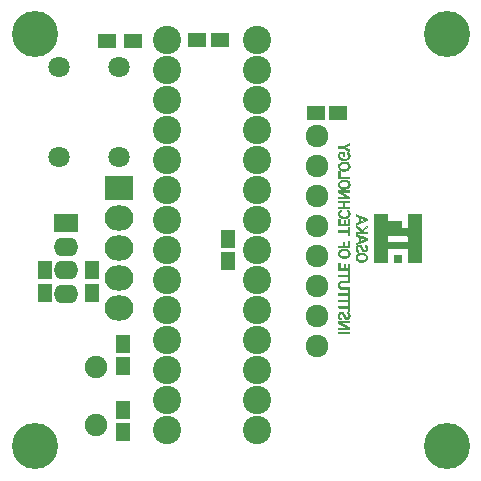
<source format=gbs>
G04 #@! TF.FileFunction,Soldermask,Bot*
%FSLAX46Y46*%
G04 Gerber Fmt 4.6, Leading zero omitted, Abs format (unit mm)*
G04 Created by KiCad (PCBNEW 4.0.1-stable) date 2018/02/16 21:14:19*
%MOMM*%
G01*
G04 APERTURE LIST*
%ADD10C,0.100000*%
%ADD11C,0.010000*%
%ADD12R,2.100000X1.600000*%
%ADD13O,2.100000X1.600000*%
%ADD14C,1.797000*%
%ADD15R,2.432000X2.127200*%
%ADD16O,2.432000X2.127200*%
%ADD17C,2.400000*%
%ADD18C,3.900000*%
%ADD19C,1.924000*%
%ADD20R,1.150000X1.600000*%
%ADD21R,1.600000X1.150000*%
%ADD22R,1.600000X1.300000*%
%ADD23C,1.900000*%
G04 APERTURE END LIST*
D10*
D11*
G36*
X137919789Y-105521857D02*
X137900038Y-105451139D01*
X137866193Y-105399742D01*
X137817466Y-105366278D01*
X137779125Y-105353856D01*
X137758137Y-105350484D01*
X137747880Y-105356652D01*
X137744514Y-105378177D01*
X137744200Y-105406747D01*
X137746261Y-105445684D01*
X137754494Y-105467369D01*
X137771980Y-105479760D01*
X137772550Y-105480014D01*
X137805238Y-105505141D01*
X137824264Y-105546965D01*
X137830531Y-105607977D01*
X137829717Y-105637426D01*
X137826031Y-105683382D01*
X137818807Y-105712762D01*
X137804463Y-105734390D01*
X137782051Y-105754901D01*
X137737931Y-105782532D01*
X137690384Y-105790994D01*
X137688739Y-105791000D01*
X137643673Y-105781102D01*
X137601027Y-105750513D01*
X137559606Y-105697895D01*
X137518216Y-105621908D01*
X137498334Y-105577505D01*
X137452959Y-105483253D01*
X137406017Y-105412464D01*
X137355391Y-105363207D01*
X137298966Y-105333551D01*
X137234626Y-105321563D01*
X137217420Y-105321100D01*
X137140151Y-105332868D01*
X137071653Y-105366011D01*
X137016249Y-105417289D01*
X136978265Y-105483460D01*
X136970874Y-105505871D01*
X136961711Y-105559512D01*
X136958313Y-105626434D01*
X136960446Y-105696627D01*
X136967878Y-105760084D01*
X136977729Y-105799979D01*
X137007767Y-105854787D01*
X137052623Y-105900760D01*
X137104963Y-105931192D01*
X137128571Y-105937949D01*
X137160014Y-105941933D01*
X137179029Y-105940787D01*
X137180362Y-105939972D01*
X137185581Y-105924334D01*
X137190706Y-105893202D01*
X137191997Y-105881659D01*
X137193897Y-105848360D01*
X137186571Y-105831172D01*
X137163730Y-105820977D01*
X137146912Y-105816296D01*
X137102586Y-105794866D01*
X137073133Y-105757130D01*
X137057285Y-105700760D01*
X137053565Y-105644950D01*
X137061665Y-105568578D01*
X137086727Y-105510187D01*
X137128084Y-105470574D01*
X137185072Y-105450534D01*
X137218195Y-105448100D01*
X137256901Y-105455503D01*
X137292865Y-105479196D01*
X137327990Y-105521410D01*
X137364181Y-105584375D01*
X137398886Y-105659809D01*
X137445740Y-105755609D01*
X137494663Y-105827448D01*
X137546872Y-105876752D01*
X137603583Y-105904946D01*
X137609580Y-105906668D01*
X137688221Y-105916286D01*
X137761839Y-105903343D01*
X137826335Y-105869596D01*
X137877609Y-105816801D01*
X137897208Y-105783395D01*
X137912743Y-105745551D01*
X137921722Y-105705907D01*
X137925660Y-105655592D01*
X137926234Y-105613287D01*
X137919789Y-105521857D01*
X137919789Y-105521857D01*
G37*
X137919789Y-105521857D02*
X137900038Y-105451139D01*
X137866193Y-105399742D01*
X137817466Y-105366278D01*
X137779125Y-105353856D01*
X137758137Y-105350484D01*
X137747880Y-105356652D01*
X137744514Y-105378177D01*
X137744200Y-105406747D01*
X137746261Y-105445684D01*
X137754494Y-105467369D01*
X137771980Y-105479760D01*
X137772550Y-105480014D01*
X137805238Y-105505141D01*
X137824264Y-105546965D01*
X137830531Y-105607977D01*
X137829717Y-105637426D01*
X137826031Y-105683382D01*
X137818807Y-105712762D01*
X137804463Y-105734390D01*
X137782051Y-105754901D01*
X137737931Y-105782532D01*
X137690384Y-105790994D01*
X137688739Y-105791000D01*
X137643673Y-105781102D01*
X137601027Y-105750513D01*
X137559606Y-105697895D01*
X137518216Y-105621908D01*
X137498334Y-105577505D01*
X137452959Y-105483253D01*
X137406017Y-105412464D01*
X137355391Y-105363207D01*
X137298966Y-105333551D01*
X137234626Y-105321563D01*
X137217420Y-105321100D01*
X137140151Y-105332868D01*
X137071653Y-105366011D01*
X137016249Y-105417289D01*
X136978265Y-105483460D01*
X136970874Y-105505871D01*
X136961711Y-105559512D01*
X136958313Y-105626434D01*
X136960446Y-105696627D01*
X136967878Y-105760084D01*
X136977729Y-105799979D01*
X137007767Y-105854787D01*
X137052623Y-105900760D01*
X137104963Y-105931192D01*
X137128571Y-105937949D01*
X137160014Y-105941933D01*
X137179029Y-105940787D01*
X137180362Y-105939972D01*
X137185581Y-105924334D01*
X137190706Y-105893202D01*
X137191997Y-105881659D01*
X137193897Y-105848360D01*
X137186571Y-105831172D01*
X137163730Y-105820977D01*
X137146912Y-105816296D01*
X137102586Y-105794866D01*
X137073133Y-105757130D01*
X137057285Y-105700760D01*
X137053565Y-105644950D01*
X137061665Y-105568578D01*
X137086727Y-105510187D01*
X137128084Y-105470574D01*
X137185072Y-105450534D01*
X137218195Y-105448100D01*
X137256901Y-105455503D01*
X137292865Y-105479196D01*
X137327990Y-105521410D01*
X137364181Y-105584375D01*
X137398886Y-105659809D01*
X137445740Y-105755609D01*
X137494663Y-105827448D01*
X137546872Y-105876752D01*
X137603583Y-105904946D01*
X137609580Y-105906668D01*
X137688221Y-105916286D01*
X137761839Y-105903343D01*
X137826335Y-105869596D01*
X137877609Y-105816801D01*
X137897208Y-105783395D01*
X137912743Y-105745551D01*
X137921722Y-105705907D01*
X137925660Y-105655592D01*
X137926234Y-105613287D01*
X137919789Y-105521857D01*
G36*
X137899497Y-102741228D02*
X137898970Y-102736298D01*
X137893700Y-102691156D01*
X137568125Y-102693328D01*
X137447539Y-102694559D01*
X137349383Y-102696788D01*
X137270693Y-102700475D01*
X137208505Y-102706082D01*
X137159854Y-102714072D01*
X137121776Y-102724904D01*
X137091306Y-102739042D01*
X137065481Y-102756945D01*
X137045813Y-102774641D01*
X137011761Y-102815557D01*
X136984078Y-102862083D01*
X136976323Y-102880728D01*
X136962104Y-102947052D01*
X136957826Y-103025856D01*
X136963328Y-103106316D01*
X136978451Y-103177608D01*
X136980811Y-103184762D01*
X136999452Y-103228986D01*
X137021419Y-103267713D01*
X137033110Y-103282867D01*
X137052650Y-103301719D01*
X137074063Y-103316888D01*
X137100259Y-103328801D01*
X137134151Y-103337884D01*
X137178648Y-103344563D01*
X137236662Y-103349265D01*
X137311104Y-103352417D01*
X137404885Y-103354443D01*
X137520916Y-103355772D01*
X137531483Y-103355863D01*
X137896616Y-103358950D01*
X137896608Y-103299351D01*
X137896600Y-103239751D01*
X137537825Y-103235851D01*
X137423686Y-103234422D01*
X137332105Y-103232490D01*
X137260242Y-103229468D01*
X137205256Y-103224768D01*
X137164307Y-103217803D01*
X137134553Y-103207985D01*
X137113154Y-103194727D01*
X137097268Y-103177441D01*
X137084055Y-103155539D01*
X137076470Y-103140435D01*
X137058895Y-103085097D01*
X137052503Y-103020948D01*
X137057267Y-102957951D01*
X137073159Y-102906070D01*
X137077140Y-102898781D01*
X137092463Y-102875331D01*
X137109251Y-102856568D01*
X137130411Y-102841927D01*
X137158849Y-102830842D01*
X137197471Y-102822750D01*
X137249184Y-102817083D01*
X137316894Y-102813279D01*
X137403507Y-102810772D01*
X137511930Y-102808997D01*
X137540941Y-102808624D01*
X137632590Y-102807085D01*
X137715755Y-102804930D01*
X137787104Y-102802306D01*
X137843307Y-102799361D01*
X137881035Y-102796243D01*
X137896956Y-102793099D01*
X137897185Y-102792854D01*
X137900544Y-102773536D01*
X137899497Y-102741228D01*
X137899497Y-102741228D01*
G37*
X137899497Y-102741228D02*
X137898970Y-102736298D01*
X137893700Y-102691156D01*
X137568125Y-102693328D01*
X137447539Y-102694559D01*
X137349383Y-102696788D01*
X137270693Y-102700475D01*
X137208505Y-102706082D01*
X137159854Y-102714072D01*
X137121776Y-102724904D01*
X137091306Y-102739042D01*
X137065481Y-102756945D01*
X137045813Y-102774641D01*
X137011761Y-102815557D01*
X136984078Y-102862083D01*
X136976323Y-102880728D01*
X136962104Y-102947052D01*
X136957826Y-103025856D01*
X136963328Y-103106316D01*
X136978451Y-103177608D01*
X136980811Y-103184762D01*
X136999452Y-103228986D01*
X137021419Y-103267713D01*
X137033110Y-103282867D01*
X137052650Y-103301719D01*
X137074063Y-103316888D01*
X137100259Y-103328801D01*
X137134151Y-103337884D01*
X137178648Y-103344563D01*
X137236662Y-103349265D01*
X137311104Y-103352417D01*
X137404885Y-103354443D01*
X137520916Y-103355772D01*
X137531483Y-103355863D01*
X137896616Y-103358950D01*
X137896608Y-103299351D01*
X137896600Y-103239751D01*
X137537825Y-103235851D01*
X137423686Y-103234422D01*
X137332105Y-103232490D01*
X137260242Y-103229468D01*
X137205256Y-103224768D01*
X137164307Y-103217803D01*
X137134553Y-103207985D01*
X137113154Y-103194727D01*
X137097268Y-103177441D01*
X137084055Y-103155539D01*
X137076470Y-103140435D01*
X137058895Y-103085097D01*
X137052503Y-103020948D01*
X137057267Y-102957951D01*
X137073159Y-102906070D01*
X137077140Y-102898781D01*
X137092463Y-102875331D01*
X137109251Y-102856568D01*
X137130411Y-102841927D01*
X137158849Y-102830842D01*
X137197471Y-102822750D01*
X137249184Y-102817083D01*
X137316894Y-102813279D01*
X137403507Y-102810772D01*
X137511930Y-102808997D01*
X137540941Y-102808624D01*
X137632590Y-102807085D01*
X137715755Y-102804930D01*
X137787104Y-102802306D01*
X137843307Y-102799361D01*
X137881035Y-102796243D01*
X137896956Y-102793099D01*
X137897185Y-102792854D01*
X137900544Y-102773536D01*
X137899497Y-102741228D01*
G36*
X137912774Y-100258738D02*
X137880895Y-100176733D01*
X137827906Y-100107308D01*
X137788425Y-100072989D01*
X137723396Y-100031486D01*
X137651807Y-100002916D01*
X137567304Y-99985273D01*
X137486621Y-99977705D01*
X137359800Y-99979375D01*
X137247565Y-99999526D01*
X137151031Y-100037664D01*
X137071315Y-100093296D01*
X137009534Y-100165928D01*
X136991632Y-100196650D01*
X136970956Y-100255282D01*
X136960183Y-100326858D01*
X136959605Y-100401632D01*
X136969511Y-100469857D01*
X136982342Y-100507439D01*
X137029806Y-100589303D01*
X137088335Y-100652880D01*
X137160300Y-100699429D01*
X137248073Y-100730213D01*
X137354026Y-100746492D01*
X137438495Y-100749924D01*
X137444307Y-100749693D01*
X137444307Y-100625792D01*
X137337264Y-100619277D01*
X137248956Y-100599700D01*
X137175713Y-100565969D01*
X137130003Y-100532090D01*
X137079353Y-100475349D01*
X137053121Y-100414229D01*
X137050354Y-100345552D01*
X137059876Y-100298250D01*
X137089980Y-100235368D01*
X137141195Y-100183430D01*
X137211229Y-100143508D01*
X137297789Y-100116670D01*
X137398584Y-100103988D01*
X137475635Y-100104070D01*
X137584555Y-100117149D01*
X137674881Y-100144519D01*
X137745737Y-100185532D01*
X137796247Y-100239539D01*
X137825535Y-100305890D01*
X137833100Y-100368948D01*
X137821543Y-100441028D01*
X137787923Y-100502779D01*
X137733821Y-100553155D01*
X137660815Y-100591115D01*
X137570485Y-100615615D01*
X137464411Y-100625612D01*
X137444307Y-100625792D01*
X137444307Y-100749693D01*
X137547947Y-100745560D01*
X137638326Y-100730373D01*
X137714121Y-100703035D01*
X137779820Y-100662216D01*
X137804748Y-100641393D01*
X137865380Y-100574646D01*
X137903928Y-100501329D01*
X137922366Y-100416728D01*
X137924543Y-100355400D01*
X137912774Y-100258738D01*
X137912774Y-100258738D01*
G37*
X137912774Y-100258738D02*
X137880895Y-100176733D01*
X137827906Y-100107308D01*
X137788425Y-100072989D01*
X137723396Y-100031486D01*
X137651807Y-100002916D01*
X137567304Y-99985273D01*
X137486621Y-99977705D01*
X137359800Y-99979375D01*
X137247565Y-99999526D01*
X137151031Y-100037664D01*
X137071315Y-100093296D01*
X137009534Y-100165928D01*
X136991632Y-100196650D01*
X136970956Y-100255282D01*
X136960183Y-100326858D01*
X136959605Y-100401632D01*
X136969511Y-100469857D01*
X136982342Y-100507439D01*
X137029806Y-100589303D01*
X137088335Y-100652880D01*
X137160300Y-100699429D01*
X137248073Y-100730213D01*
X137354026Y-100746492D01*
X137438495Y-100749924D01*
X137444307Y-100749693D01*
X137444307Y-100625792D01*
X137337264Y-100619277D01*
X137248956Y-100599700D01*
X137175713Y-100565969D01*
X137130003Y-100532090D01*
X137079353Y-100475349D01*
X137053121Y-100414229D01*
X137050354Y-100345552D01*
X137059876Y-100298250D01*
X137089980Y-100235368D01*
X137141195Y-100183430D01*
X137211229Y-100143508D01*
X137297789Y-100116670D01*
X137398584Y-100103988D01*
X137475635Y-100104070D01*
X137584555Y-100117149D01*
X137674881Y-100144519D01*
X137745737Y-100185532D01*
X137796247Y-100239539D01*
X137825535Y-100305890D01*
X137833100Y-100368948D01*
X137821543Y-100441028D01*
X137787923Y-100502779D01*
X137733821Y-100553155D01*
X137660815Y-100591115D01*
X137570485Y-100615615D01*
X137464411Y-100625612D01*
X137444307Y-100625792D01*
X137444307Y-100749693D01*
X137547947Y-100745560D01*
X137638326Y-100730373D01*
X137714121Y-100703035D01*
X137779820Y-100662216D01*
X137804748Y-100641393D01*
X137865380Y-100574646D01*
X137903928Y-100501329D01*
X137922366Y-100416728D01*
X137924543Y-100355400D01*
X137912774Y-100258738D01*
G36*
X137919760Y-96906595D02*
X137906678Y-96844599D01*
X137896696Y-96818647D01*
X137865542Y-96772217D01*
X137823502Y-96732876D01*
X137777854Y-96706249D01*
X137740343Y-96697800D01*
X137718141Y-96700308D01*
X137708410Y-96712690D01*
X137706115Y-96742233D01*
X137706100Y-96747358D01*
X137708663Y-96781006D01*
X137720196Y-96799023D01*
X137743928Y-96810102D01*
X137789312Y-96838441D01*
X137818155Y-96885946D01*
X137830370Y-96952432D01*
X137830287Y-96991302D01*
X137825518Y-97043643D01*
X137815425Y-97080900D01*
X137796906Y-97113293D01*
X137790723Y-97121662D01*
X137736230Y-97173468D01*
X137664099Y-97213070D01*
X137579249Y-97239941D01*
X137486599Y-97253554D01*
X137391068Y-97253385D01*
X137297574Y-97238906D01*
X137211035Y-97209591D01*
X137170030Y-97188075D01*
X137109519Y-97140317D01*
X137071531Y-97082474D01*
X137054360Y-97011473D01*
X137052944Y-96977200D01*
X137061545Y-96903976D01*
X137086380Y-96850283D01*
X137127453Y-96816115D01*
X137140829Y-96810415D01*
X137170590Y-96796718D01*
X137182997Y-96778204D01*
X137185400Y-96746799D01*
X137183082Y-96714439D01*
X137177355Y-96694925D01*
X137175842Y-96693392D01*
X137158901Y-96693488D01*
X137127965Y-96700832D01*
X137115517Y-96704813D01*
X137059301Y-96735682D01*
X137010408Y-96783682D01*
X136976637Y-96840543D01*
X136970499Y-96858526D01*
X136960059Y-96922912D01*
X136958861Y-96998805D01*
X136966591Y-97074182D01*
X136977397Y-97121029D01*
X137007657Y-97183671D01*
X137056537Y-97244762D01*
X137117708Y-97297998D01*
X137184838Y-97337077D01*
X137200867Y-97343552D01*
X137287014Y-97366444D01*
X137386708Y-97378683D01*
X137490099Y-97379501D01*
X137565501Y-97371949D01*
X137668338Y-97346004D01*
X137757340Y-97303364D01*
X137829936Y-97245972D01*
X137883554Y-97175771D01*
X137911397Y-97110550D01*
X137922610Y-97049313D01*
X137925234Y-96978081D01*
X137919760Y-96906595D01*
X137919760Y-96906595D01*
G37*
X137919760Y-96906595D02*
X137906678Y-96844599D01*
X137896696Y-96818647D01*
X137865542Y-96772217D01*
X137823502Y-96732876D01*
X137777854Y-96706249D01*
X137740343Y-96697800D01*
X137718141Y-96700308D01*
X137708410Y-96712690D01*
X137706115Y-96742233D01*
X137706100Y-96747358D01*
X137708663Y-96781006D01*
X137720196Y-96799023D01*
X137743928Y-96810102D01*
X137789312Y-96838441D01*
X137818155Y-96885946D01*
X137830370Y-96952432D01*
X137830287Y-96991302D01*
X137825518Y-97043643D01*
X137815425Y-97080900D01*
X137796906Y-97113293D01*
X137790723Y-97121662D01*
X137736230Y-97173468D01*
X137664099Y-97213070D01*
X137579249Y-97239941D01*
X137486599Y-97253554D01*
X137391068Y-97253385D01*
X137297574Y-97238906D01*
X137211035Y-97209591D01*
X137170030Y-97188075D01*
X137109519Y-97140317D01*
X137071531Y-97082474D01*
X137054360Y-97011473D01*
X137052944Y-96977200D01*
X137061545Y-96903976D01*
X137086380Y-96850283D01*
X137127453Y-96816115D01*
X137140829Y-96810415D01*
X137170590Y-96796718D01*
X137182997Y-96778204D01*
X137185400Y-96746799D01*
X137183082Y-96714439D01*
X137177355Y-96694925D01*
X137175842Y-96693392D01*
X137158901Y-96693488D01*
X137127965Y-96700832D01*
X137115517Y-96704813D01*
X137059301Y-96735682D01*
X137010408Y-96783682D01*
X136976637Y-96840543D01*
X136970499Y-96858526D01*
X136960059Y-96922912D01*
X136958861Y-96998805D01*
X136966591Y-97074182D01*
X136977397Y-97121029D01*
X137007657Y-97183671D01*
X137056537Y-97244762D01*
X137117708Y-97297998D01*
X137184838Y-97337077D01*
X137200867Y-97343552D01*
X137287014Y-97366444D01*
X137386708Y-97378683D01*
X137490099Y-97379501D01*
X137565501Y-97371949D01*
X137668338Y-97346004D01*
X137757340Y-97303364D01*
X137829936Y-97245972D01*
X137883554Y-97175771D01*
X137911397Y-97110550D01*
X137922610Y-97049313D01*
X137925234Y-96978081D01*
X137919760Y-96906595D01*
G36*
X137919593Y-94433322D02*
X137889894Y-94345535D01*
X137839767Y-94268088D01*
X137770796Y-94204088D01*
X137684565Y-94156643D01*
X137668000Y-94150338D01*
X137614626Y-94137044D01*
X137544691Y-94127627D01*
X137466796Y-94122498D01*
X137389545Y-94122073D01*
X137321537Y-94126762D01*
X137288988Y-94132149D01*
X137187502Y-94165408D01*
X137100748Y-94215919D01*
X137031529Y-94281702D01*
X136991720Y-94341950D01*
X136973764Y-94393692D01*
X136963048Y-94460217D01*
X136960142Y-94531799D01*
X136965616Y-94598712D01*
X136974447Y-94636677D01*
X137012940Y-94714684D01*
X137072731Y-94782434D01*
X137150904Y-94837341D01*
X137244543Y-94876821D01*
X137245852Y-94877223D01*
X137316318Y-94891397D01*
X137401676Y-94897461D01*
X137439873Y-94896685D01*
X137439873Y-94770707D01*
X137331028Y-94763952D01*
X137240318Y-94742088D01*
X137164839Y-94704242D01*
X137130003Y-94677390D01*
X137078793Y-94618231D01*
X137052030Y-94553114D01*
X137050008Y-94483327D01*
X137070408Y-94415759D01*
X137111372Y-94355558D01*
X137172737Y-94307833D01*
X137252298Y-94273479D01*
X137347849Y-94253391D01*
X137457186Y-94248463D01*
X137480359Y-94249368D01*
X137587918Y-94262903D01*
X137677261Y-94290843D01*
X137747392Y-94332439D01*
X137797318Y-94386947D01*
X137826047Y-94453620D01*
X137833100Y-94514248D01*
X137821568Y-94586161D01*
X137787900Y-94647600D01*
X137733495Y-94697654D01*
X137659748Y-94735413D01*
X137568055Y-94759966D01*
X137459813Y-94770402D01*
X137439873Y-94770707D01*
X137439873Y-94896685D01*
X137492813Y-94895609D01*
X137580618Y-94886037D01*
X137655978Y-94868937D01*
X137657555Y-94868437D01*
X137713278Y-94848129D01*
X137755944Y-94824828D01*
X137796764Y-94791657D01*
X137821083Y-94768124D01*
X137863420Y-94722006D01*
X137890636Y-94681367D01*
X137908494Y-94637229D01*
X137911365Y-94627490D01*
X137927278Y-94528342D01*
X137919593Y-94433322D01*
X137919593Y-94433322D01*
G37*
X137919593Y-94433322D02*
X137889894Y-94345535D01*
X137839767Y-94268088D01*
X137770796Y-94204088D01*
X137684565Y-94156643D01*
X137668000Y-94150338D01*
X137614626Y-94137044D01*
X137544691Y-94127627D01*
X137466796Y-94122498D01*
X137389545Y-94122073D01*
X137321537Y-94126762D01*
X137288988Y-94132149D01*
X137187502Y-94165408D01*
X137100748Y-94215919D01*
X137031529Y-94281702D01*
X136991720Y-94341950D01*
X136973764Y-94393692D01*
X136963048Y-94460217D01*
X136960142Y-94531799D01*
X136965616Y-94598712D01*
X136974447Y-94636677D01*
X137012940Y-94714684D01*
X137072731Y-94782434D01*
X137150904Y-94837341D01*
X137244543Y-94876821D01*
X137245852Y-94877223D01*
X137316318Y-94891397D01*
X137401676Y-94897461D01*
X137439873Y-94896685D01*
X137439873Y-94770707D01*
X137331028Y-94763952D01*
X137240318Y-94742088D01*
X137164839Y-94704242D01*
X137130003Y-94677390D01*
X137078793Y-94618231D01*
X137052030Y-94553114D01*
X137050008Y-94483327D01*
X137070408Y-94415759D01*
X137111372Y-94355558D01*
X137172737Y-94307833D01*
X137252298Y-94273479D01*
X137347849Y-94253391D01*
X137457186Y-94248463D01*
X137480359Y-94249368D01*
X137587918Y-94262903D01*
X137677261Y-94290843D01*
X137747392Y-94332439D01*
X137797318Y-94386947D01*
X137826047Y-94453620D01*
X137833100Y-94514248D01*
X137821568Y-94586161D01*
X137787900Y-94647600D01*
X137733495Y-94697654D01*
X137659748Y-94735413D01*
X137568055Y-94759966D01*
X137459813Y-94770402D01*
X137439873Y-94770707D01*
X137439873Y-94896685D01*
X137492813Y-94895609D01*
X137580618Y-94886037D01*
X137655978Y-94868937D01*
X137657555Y-94868437D01*
X137713278Y-94848129D01*
X137755944Y-94824828D01*
X137796764Y-94791657D01*
X137821083Y-94768124D01*
X137863420Y-94722006D01*
X137890636Y-94681367D01*
X137908494Y-94637229D01*
X137911365Y-94627490D01*
X137927278Y-94528342D01*
X137919593Y-94433322D01*
G36*
X137913278Y-92870895D02*
X137879879Y-92785938D01*
X137826575Y-92714650D01*
X137754655Y-92657952D01*
X137665404Y-92616762D01*
X137560109Y-92592001D01*
X137440055Y-92584588D01*
X137390905Y-92586506D01*
X137277696Y-92601834D01*
X137182438Y-92632561D01*
X137102095Y-92679783D01*
X137078226Y-92699271D01*
X137022458Y-92757131D01*
X136986581Y-92817944D01*
X136967169Y-92889105D01*
X136961448Y-92951300D01*
X136961283Y-93004701D01*
X136964518Y-93053980D01*
X136970458Y-93088662D01*
X136970628Y-93089229D01*
X137008589Y-93172081D01*
X137066595Y-93241492D01*
X137142535Y-93296441D01*
X137234297Y-93335907D01*
X137339769Y-93358866D01*
X137455964Y-93364256D01*
X137455964Y-93238674D01*
X137357971Y-93233426D01*
X137258454Y-93213116D01*
X137254750Y-93212051D01*
X137195734Y-93187064D01*
X137139749Y-93149708D01*
X137093419Y-93105529D01*
X137063366Y-93060071D01*
X137058823Y-93048040D01*
X137051208Y-92991645D01*
X137056941Y-92928035D01*
X137074450Y-92870554D01*
X137081276Y-92857329D01*
X137124395Y-92806911D01*
X137187578Y-92765164D01*
X137266424Y-92733922D01*
X137356537Y-92715015D01*
X137435094Y-92710000D01*
X137546380Y-92717737D01*
X137641289Y-92740282D01*
X137718538Y-92776640D01*
X137776845Y-92825817D01*
X137814928Y-92886817D01*
X137831504Y-92958645D01*
X137829460Y-93016080D01*
X137809035Y-93077871D01*
X137767536Y-93131267D01*
X137708220Y-93175156D01*
X137634348Y-93208428D01*
X137549176Y-93229971D01*
X137455964Y-93238674D01*
X137455964Y-93364256D01*
X137456840Y-93364297D01*
X137528345Y-93359114D01*
X137626335Y-93342337D01*
X137706333Y-93315140D01*
X137774479Y-93275027D01*
X137812227Y-93243725D01*
X137871909Y-93173557D01*
X137909197Y-93092924D01*
X137924883Y-92999900D01*
X137925488Y-92968603D01*
X137913278Y-92870895D01*
X137913278Y-92870895D01*
G37*
X137913278Y-92870895D02*
X137879879Y-92785938D01*
X137826575Y-92714650D01*
X137754655Y-92657952D01*
X137665404Y-92616762D01*
X137560109Y-92592001D01*
X137440055Y-92584588D01*
X137390905Y-92586506D01*
X137277696Y-92601834D01*
X137182438Y-92632561D01*
X137102095Y-92679783D01*
X137078226Y-92699271D01*
X137022458Y-92757131D01*
X136986581Y-92817944D01*
X136967169Y-92889105D01*
X136961448Y-92951300D01*
X136961283Y-93004701D01*
X136964518Y-93053980D01*
X136970458Y-93088662D01*
X136970628Y-93089229D01*
X137008589Y-93172081D01*
X137066595Y-93241492D01*
X137142535Y-93296441D01*
X137234297Y-93335907D01*
X137339769Y-93358866D01*
X137455964Y-93364256D01*
X137455964Y-93238674D01*
X137357971Y-93233426D01*
X137258454Y-93213116D01*
X137254750Y-93212051D01*
X137195734Y-93187064D01*
X137139749Y-93149708D01*
X137093419Y-93105529D01*
X137063366Y-93060071D01*
X137058823Y-93048040D01*
X137051208Y-92991645D01*
X137056941Y-92928035D01*
X137074450Y-92870554D01*
X137081276Y-92857329D01*
X137124395Y-92806911D01*
X137187578Y-92765164D01*
X137266424Y-92733922D01*
X137356537Y-92715015D01*
X137435094Y-92710000D01*
X137546380Y-92717737D01*
X137641289Y-92740282D01*
X137718538Y-92776640D01*
X137776845Y-92825817D01*
X137814928Y-92886817D01*
X137831504Y-92958645D01*
X137829460Y-93016080D01*
X137809035Y-93077871D01*
X137767536Y-93131267D01*
X137708220Y-93175156D01*
X137634348Y-93208428D01*
X137549176Y-93229971D01*
X137455964Y-93238674D01*
X137455964Y-93364256D01*
X137456840Y-93364297D01*
X137528345Y-93359114D01*
X137626335Y-93342337D01*
X137706333Y-93315140D01*
X137774479Y-93275027D01*
X137812227Y-93243725D01*
X137871909Y-93173557D01*
X137909197Y-93092924D01*
X137924883Y-92999900D01*
X137925488Y-92968603D01*
X137913278Y-92870895D01*
G36*
X137916905Y-91986725D02*
X137890872Y-91908075D01*
X137847974Y-91847121D01*
X137788762Y-91804948D01*
X137783428Y-91802459D01*
X137750983Y-91789546D01*
X137729354Y-91784135D01*
X137725339Y-91784829D01*
X137719618Y-91800151D01*
X137713211Y-91830158D01*
X137712234Y-91836047D01*
X137709773Y-91866324D01*
X137718399Y-91885612D01*
X137743474Y-91903991D01*
X137750639Y-91908270D01*
X137793958Y-91947450D01*
X137821083Y-92000614D01*
X137832137Y-92062283D01*
X137827247Y-92126979D01*
X137806537Y-92189223D01*
X137770132Y-92243536D01*
X137742408Y-92268844D01*
X137677166Y-92307219D01*
X137599485Y-92332009D01*
X137505112Y-92344346D01*
X137452100Y-92346183D01*
X137348031Y-92342124D01*
X137263434Y-92326893D01*
X137194435Y-92299325D01*
X137137161Y-92258252D01*
X137126680Y-92248222D01*
X137082088Y-92193240D01*
X137056799Y-92134352D01*
X137050004Y-92067105D01*
X137060896Y-91987048D01*
X137071586Y-91944825D01*
X137084994Y-91897200D01*
X137347037Y-91897200D01*
X137345594Y-91998800D01*
X137344150Y-92100400D01*
X137439400Y-92100400D01*
X137439400Y-91782900D01*
X137022125Y-91782900D01*
X136994311Y-91855925D01*
X136975877Y-91922057D01*
X136964373Y-92000265D01*
X136960266Y-92081519D01*
X136964021Y-92156787D01*
X136975718Y-92215855D01*
X137010276Y-92285358D01*
X137064731Y-92349359D01*
X137133600Y-92403370D01*
X137211400Y-92442900D01*
X137274924Y-92460823D01*
X137327802Y-92466838D01*
X137394685Y-92469522D01*
X137467820Y-92469087D01*
X137539453Y-92465748D01*
X137601832Y-92459716D01*
X137647203Y-92451205D01*
X137649525Y-92450527D01*
X137744265Y-92410454D01*
X137820018Y-92353796D01*
X137875980Y-92281626D01*
X137911349Y-92195018D01*
X137925320Y-92095045D01*
X137925521Y-92081984D01*
X137916905Y-91986725D01*
X137916905Y-91986725D01*
G37*
X137916905Y-91986725D02*
X137890872Y-91908075D01*
X137847974Y-91847121D01*
X137788762Y-91804948D01*
X137783428Y-91802459D01*
X137750983Y-91789546D01*
X137729354Y-91784135D01*
X137725339Y-91784829D01*
X137719618Y-91800151D01*
X137713211Y-91830158D01*
X137712234Y-91836047D01*
X137709773Y-91866324D01*
X137718399Y-91885612D01*
X137743474Y-91903991D01*
X137750639Y-91908270D01*
X137793958Y-91947450D01*
X137821083Y-92000614D01*
X137832137Y-92062283D01*
X137827247Y-92126979D01*
X137806537Y-92189223D01*
X137770132Y-92243536D01*
X137742408Y-92268844D01*
X137677166Y-92307219D01*
X137599485Y-92332009D01*
X137505112Y-92344346D01*
X137452100Y-92346183D01*
X137348031Y-92342124D01*
X137263434Y-92326893D01*
X137194435Y-92299325D01*
X137137161Y-92258252D01*
X137126680Y-92248222D01*
X137082088Y-92193240D01*
X137056799Y-92134352D01*
X137050004Y-92067105D01*
X137060896Y-91987048D01*
X137071586Y-91944825D01*
X137084994Y-91897200D01*
X137347037Y-91897200D01*
X137345594Y-91998800D01*
X137344150Y-92100400D01*
X137439400Y-92100400D01*
X137439400Y-91782900D01*
X137022125Y-91782900D01*
X136994311Y-91855925D01*
X136975877Y-91922057D01*
X136964373Y-92000265D01*
X136960266Y-92081519D01*
X136964021Y-92156787D01*
X136975718Y-92215855D01*
X137010276Y-92285358D01*
X137064731Y-92349359D01*
X137133600Y-92403370D01*
X137211400Y-92442900D01*
X137274924Y-92460823D01*
X137327802Y-92466838D01*
X137394685Y-92469522D01*
X137467820Y-92469087D01*
X137539453Y-92465748D01*
X137601832Y-92459716D01*
X137647203Y-92451205D01*
X137649525Y-92450527D01*
X137744265Y-92410454D01*
X137820018Y-92353796D01*
X137875980Y-92281626D01*
X137911349Y-92195018D01*
X137925320Y-92095045D01*
X137925521Y-92081984D01*
X137916905Y-91986725D01*
G36*
X137904214Y-107053347D02*
X137900743Y-107032288D01*
X137899673Y-107025376D01*
X137893718Y-106984800D01*
X136982200Y-106984800D01*
X136982200Y-107111800D01*
X137437919Y-107111800D01*
X137560446Y-107111868D01*
X137659901Y-107111785D01*
X137738612Y-107111113D01*
X137798905Y-107109417D01*
X137843108Y-107106261D01*
X137873548Y-107101210D01*
X137892551Y-107093829D01*
X137902445Y-107083682D01*
X137905557Y-107070333D01*
X137904214Y-107053347D01*
X137904214Y-107053347D01*
G37*
X137904214Y-107053347D02*
X137900743Y-107032288D01*
X137899673Y-107025376D01*
X137893718Y-106984800D01*
X136982200Y-106984800D01*
X136982200Y-107111800D01*
X137437919Y-107111800D01*
X137560446Y-107111868D01*
X137659901Y-107111785D01*
X137738612Y-107111113D01*
X137798905Y-107109417D01*
X137843108Y-107106261D01*
X137873548Y-107101210D01*
X137892551Y-107093829D01*
X137902445Y-107083682D01*
X137905557Y-107070333D01*
X137904214Y-107053347D01*
G36*
X137901554Y-106703465D02*
X137895789Y-106670851D01*
X137888246Y-106653959D01*
X137875730Y-106645142D01*
X137844669Y-106624470D01*
X137797907Y-106593784D01*
X137738289Y-106554925D01*
X137668661Y-106509735D01*
X137591866Y-106460056D01*
X137510751Y-106407728D01*
X137428159Y-106354594D01*
X137346935Y-106302495D01*
X137269925Y-106253273D01*
X137228239Y-106226722D01*
X137225895Y-106222091D01*
X137236449Y-106218419D01*
X137261999Y-106215603D01*
X137304647Y-106213540D01*
X137366492Y-106212127D01*
X137449635Y-106211260D01*
X137550525Y-106210847D01*
X137896600Y-106210100D01*
X137896600Y-106095800D01*
X136982200Y-106095800D01*
X136982557Y-106156125D01*
X136982913Y-106216450D01*
X137251270Y-106387900D01*
X137330881Y-106438632D01*
X137408787Y-106488037D01*
X137480711Y-106533423D01*
X137542381Y-106572096D01*
X137589522Y-106601365D01*
X137609109Y-106613325D01*
X137698592Y-106667300D01*
X136982200Y-106667300D01*
X136982200Y-106781600D01*
X137438042Y-106781600D01*
X137563767Y-106781407D01*
X137666083Y-106780780D01*
X137746976Y-106779652D01*
X137808436Y-106777954D01*
X137852449Y-106775618D01*
X137881003Y-106772576D01*
X137896087Y-106768758D01*
X137899649Y-106765725D01*
X137903244Y-106739044D01*
X137901554Y-106703465D01*
X137901554Y-106703465D01*
G37*
X137901554Y-106703465D02*
X137895789Y-106670851D01*
X137888246Y-106653959D01*
X137875730Y-106645142D01*
X137844669Y-106624470D01*
X137797907Y-106593784D01*
X137738289Y-106554925D01*
X137668661Y-106509735D01*
X137591866Y-106460056D01*
X137510751Y-106407728D01*
X137428159Y-106354594D01*
X137346935Y-106302495D01*
X137269925Y-106253273D01*
X137228239Y-106226722D01*
X137225895Y-106222091D01*
X137236449Y-106218419D01*
X137261999Y-106215603D01*
X137304647Y-106213540D01*
X137366492Y-106212127D01*
X137449635Y-106211260D01*
X137550525Y-106210847D01*
X137896600Y-106210100D01*
X137896600Y-106095800D01*
X136982200Y-106095800D01*
X136982557Y-106156125D01*
X136982913Y-106216450D01*
X137251270Y-106387900D01*
X137330881Y-106438632D01*
X137408787Y-106488037D01*
X137480711Y-106533423D01*
X137542381Y-106572096D01*
X137589522Y-106601365D01*
X137609109Y-106613325D01*
X137698592Y-106667300D01*
X136982200Y-106667300D01*
X136982200Y-106781600D01*
X137438042Y-106781600D01*
X137563767Y-106781407D01*
X137666083Y-106780780D01*
X137746976Y-106779652D01*
X137808436Y-106777954D01*
X137852449Y-106775618D01*
X137881003Y-106772576D01*
X137896087Y-106768758D01*
X137899649Y-106765725D01*
X137903244Y-106739044D01*
X137901554Y-106703465D01*
G36*
X137900236Y-104973639D02*
X137899520Y-104881172D01*
X137899392Y-104868005D01*
X137895834Y-104510160D01*
X137807814Y-104514650D01*
X137807700Y-104825800D01*
X136982200Y-104825800D01*
X136982200Y-104882095D01*
X136985051Y-104920590D01*
X136995025Y-104940239D01*
X137004425Y-104945241D01*
X137022302Y-104946858D01*
X137062274Y-104948157D01*
X137121039Y-104949106D01*
X137195293Y-104949671D01*
X137281735Y-104949822D01*
X137377061Y-104949525D01*
X137417176Y-104949272D01*
X137807702Y-104946450D01*
X137807700Y-105257600D01*
X137850792Y-105257600D01*
X137881081Y-105253411D01*
X137897822Y-105243178D01*
X137898417Y-105241725D01*
X137899471Y-105225324D01*
X137900188Y-105186920D01*
X137900561Y-105129908D01*
X137900579Y-105057683D01*
X137900236Y-104973639D01*
X137900236Y-104973639D01*
G37*
X137900236Y-104973639D02*
X137899520Y-104881172D01*
X137899392Y-104868005D01*
X137895834Y-104510160D01*
X137807814Y-104514650D01*
X137807700Y-104825800D01*
X136982200Y-104825800D01*
X136982200Y-104882095D01*
X136985051Y-104920590D01*
X136995025Y-104940239D01*
X137004425Y-104945241D01*
X137022302Y-104946858D01*
X137062274Y-104948157D01*
X137121039Y-104949106D01*
X137195293Y-104949671D01*
X137281735Y-104949822D01*
X137377061Y-104949525D01*
X137417176Y-104949272D01*
X137807702Y-104946450D01*
X137807700Y-105257600D01*
X137850792Y-105257600D01*
X137881081Y-105253411D01*
X137897822Y-105243178D01*
X137898417Y-105241725D01*
X137899471Y-105225324D01*
X137900188Y-105186920D01*
X137900561Y-105129908D01*
X137900579Y-105057683D01*
X137900236Y-104973639D01*
G36*
X137900022Y-104308571D02*
X137899913Y-104308275D01*
X137892674Y-104303898D01*
X137873285Y-104300342D01*
X137839759Y-104297538D01*
X137790110Y-104295419D01*
X137722349Y-104293916D01*
X137634489Y-104292961D01*
X137524544Y-104292485D01*
X137438042Y-104292400D01*
X136982200Y-104292400D01*
X136982200Y-104348801D01*
X136984148Y-104383743D01*
X136989058Y-104406008D01*
X136991725Y-104409466D01*
X137010635Y-104412056D01*
X137033000Y-104411820D01*
X137053113Y-104411309D01*
X137095337Y-104410750D01*
X137156386Y-104410169D01*
X137232971Y-104409592D01*
X137321805Y-104409045D01*
X137419600Y-104408555D01*
X137479234Y-104408305D01*
X137893718Y-104406700D01*
X137899830Y-104365425D01*
X137902375Y-104331956D01*
X137900022Y-104308571D01*
X137900022Y-104308571D01*
G37*
X137900022Y-104308571D02*
X137899913Y-104308275D01*
X137892674Y-104303898D01*
X137873285Y-104300342D01*
X137839759Y-104297538D01*
X137790110Y-104295419D01*
X137722349Y-104293916D01*
X137634489Y-104292961D01*
X137524544Y-104292485D01*
X137438042Y-104292400D01*
X136982200Y-104292400D01*
X136982200Y-104348801D01*
X136984148Y-104383743D01*
X136989058Y-104406008D01*
X136991725Y-104409466D01*
X137010635Y-104412056D01*
X137033000Y-104411820D01*
X137053113Y-104411309D01*
X137095337Y-104410750D01*
X137156386Y-104410169D01*
X137232971Y-104409592D01*
X137321805Y-104409045D01*
X137419600Y-104408555D01*
X137479234Y-104408305D01*
X137893718Y-104406700D01*
X137899830Y-104365425D01*
X137902375Y-104331956D01*
X137900022Y-104308571D01*
G36*
X137897064Y-103816844D02*
X137896666Y-103723019D01*
X137896127Y-103637871D01*
X137895481Y-103564587D01*
X137894762Y-103506354D01*
X137894005Y-103466360D01*
X137893244Y-103447792D01*
X137893060Y-103446874D01*
X137880002Y-103446960D01*
X137851989Y-103450346D01*
X137848975Y-103450797D01*
X137807700Y-103457083D01*
X137807700Y-103759000D01*
X136982200Y-103759000D01*
X136982200Y-103873300D01*
X137807700Y-103873300D01*
X137807700Y-104192334D01*
X137852979Y-104188392D01*
X137898257Y-104184450D01*
X137897064Y-103816844D01*
X137897064Y-103816844D01*
G37*
X137897064Y-103816844D02*
X137896666Y-103723019D01*
X137896127Y-103637871D01*
X137895481Y-103564587D01*
X137894762Y-103506354D01*
X137894005Y-103466360D01*
X137893244Y-103447792D01*
X137893060Y-103446874D01*
X137880002Y-103446960D01*
X137851989Y-103450346D01*
X137848975Y-103450797D01*
X137807700Y-103457083D01*
X137807700Y-103759000D01*
X136982200Y-103759000D01*
X136982200Y-103873300D01*
X137807700Y-103873300D01*
X137807700Y-104192334D01*
X137852979Y-104188392D01*
X137898257Y-104184450D01*
X137897064Y-103816844D01*
G36*
X137852649Y-101869109D02*
X137807700Y-101865167D01*
X137807700Y-102171500D01*
X136982200Y-102171500D01*
X136982200Y-102298500D01*
X137807700Y-102298500D01*
X137807700Y-102603300D01*
X137852150Y-102603300D01*
X137881596Y-102600108D01*
X137896405Y-102592257D01*
X137896812Y-102590600D01*
X137896877Y-102575027D01*
X137896955Y-102537438D01*
X137897042Y-102481219D01*
X137897131Y-102409753D01*
X137897220Y-102326425D01*
X137897303Y-102234620D01*
X137897310Y-102225475D01*
X137897597Y-101873050D01*
X137852649Y-101869109D01*
X137852649Y-101869109D01*
G37*
X137852649Y-101869109D02*
X137807700Y-101865167D01*
X137807700Y-102171500D01*
X136982200Y-102171500D01*
X136982200Y-102298500D01*
X137807700Y-102298500D01*
X137807700Y-102603300D01*
X137852150Y-102603300D01*
X137881596Y-102600108D01*
X137896405Y-102592257D01*
X137896812Y-102590600D01*
X137896877Y-102575027D01*
X137896955Y-102537438D01*
X137897042Y-102481219D01*
X137897131Y-102409753D01*
X137897220Y-102326425D01*
X137897303Y-102234620D01*
X137897310Y-102225475D01*
X137897597Y-101873050D01*
X137852649Y-101869109D01*
G36*
X137795000Y-101242940D02*
X137795000Y-101638100D01*
X137515600Y-101638100D01*
X137515600Y-101295200D01*
X137414000Y-101295200D01*
X137414000Y-101638100D01*
X137083800Y-101638100D01*
X137083800Y-101206300D01*
X136982200Y-101206300D01*
X136982200Y-101765100D01*
X137439400Y-101765100D01*
X137544321Y-101764846D01*
X137640767Y-101764121D01*
X137725903Y-101762985D01*
X137796897Y-101761497D01*
X137850912Y-101759716D01*
X137885116Y-101757701D01*
X137896682Y-101755575D01*
X137896793Y-101740475D01*
X137897053Y-101704024D01*
X137897434Y-101650275D01*
X137897907Y-101583277D01*
X137898444Y-101507080D01*
X137898505Y-101498400D01*
X137900246Y-101250750D01*
X137795000Y-101242940D01*
X137795000Y-101242940D01*
G37*
X137795000Y-101242940D02*
X137795000Y-101638100D01*
X137515600Y-101638100D01*
X137515600Y-101295200D01*
X137414000Y-101295200D01*
X137414000Y-101638100D01*
X137083800Y-101638100D01*
X137083800Y-101206300D01*
X136982200Y-101206300D01*
X136982200Y-101765100D01*
X137439400Y-101765100D01*
X137544321Y-101764846D01*
X137640767Y-101764121D01*
X137725903Y-101762985D01*
X137796897Y-101761497D01*
X137850912Y-101759716D01*
X137885116Y-101757701D01*
X137896682Y-101755575D01*
X137896793Y-101740475D01*
X137897053Y-101704024D01*
X137897434Y-101650275D01*
X137897907Y-101583277D01*
X137898444Y-101507080D01*
X137898505Y-101498400D01*
X137900246Y-101250750D01*
X137795000Y-101242940D01*
G36*
X137795000Y-99325240D02*
X137795000Y-99720400D01*
X137636250Y-99720400D01*
X137576284Y-99719688D01*
X137526937Y-99717743D01*
X137492959Y-99714852D01*
X137479096Y-99711303D01*
X137479004Y-99710875D01*
X137479460Y-99695220D01*
X137479624Y-99659309D01*
X137479496Y-99608282D01*
X137479076Y-99547283D01*
X137479004Y-99539425D01*
X137477500Y-99377500D01*
X137388600Y-99377500D01*
X137388600Y-99720400D01*
X136982200Y-99720400D01*
X136982200Y-99847400D01*
X137439400Y-99847400D01*
X137560576Y-99847291D01*
X137658697Y-99846899D01*
X137736106Y-99846125D01*
X137795149Y-99844873D01*
X137838168Y-99843045D01*
X137867509Y-99840542D01*
X137885515Y-99837269D01*
X137894531Y-99833126D01*
X137896903Y-99828350D01*
X137897017Y-99810073D01*
X137897154Y-99770751D01*
X137897300Y-99714743D01*
X137897445Y-99646404D01*
X137897575Y-99571175D01*
X137897946Y-99333050D01*
X137795000Y-99325240D01*
X137795000Y-99325240D01*
G37*
X137795000Y-99325240D02*
X137795000Y-99720400D01*
X137636250Y-99720400D01*
X137576284Y-99719688D01*
X137526937Y-99717743D01*
X137492959Y-99714852D01*
X137479096Y-99711303D01*
X137479004Y-99710875D01*
X137479460Y-99695220D01*
X137479624Y-99659309D01*
X137479496Y-99608282D01*
X137479076Y-99547283D01*
X137479004Y-99539425D01*
X137477500Y-99377500D01*
X137388600Y-99377500D01*
X137388600Y-99720400D01*
X136982200Y-99720400D01*
X136982200Y-99847400D01*
X137439400Y-99847400D01*
X137560576Y-99847291D01*
X137658697Y-99846899D01*
X137736106Y-99846125D01*
X137795149Y-99844873D01*
X137838168Y-99843045D01*
X137867509Y-99840542D01*
X137885515Y-99837269D01*
X137894531Y-99833126D01*
X137896903Y-99828350D01*
X137897017Y-99810073D01*
X137897154Y-99770751D01*
X137897300Y-99714743D01*
X137897445Y-99646404D01*
X137897575Y-99571175D01*
X137897946Y-99333050D01*
X137795000Y-99325240D01*
G36*
X137904127Y-98115939D02*
X137884462Y-98106032D01*
X137881767Y-98105515D01*
X137851628Y-98101150D01*
X137831018Y-98103349D01*
X137818128Y-98115824D01*
X137811150Y-98142290D01*
X137808278Y-98186461D01*
X137807702Y-98252050D01*
X137807701Y-98257657D01*
X137807702Y-98405950D01*
X137417176Y-98403129D01*
X137319207Y-98402643D01*
X137228794Y-98402617D01*
X137149239Y-98403020D01*
X137083845Y-98403818D01*
X137035914Y-98404980D01*
X137008750Y-98406473D01*
X137004425Y-98407160D01*
X136989575Y-98418960D01*
X136983031Y-98446240D01*
X136982200Y-98470306D01*
X136982200Y-98526600D01*
X137807700Y-98526600D01*
X137807700Y-98844100D01*
X137896600Y-98844100D01*
X137896774Y-98504375D01*
X137897083Y-98412722D01*
X137897865Y-98328411D01*
X137899046Y-98255085D01*
X137900554Y-98196388D01*
X137902314Y-98155963D01*
X137904166Y-98137755D01*
X137904127Y-98115939D01*
X137904127Y-98115939D01*
G37*
X137904127Y-98115939D02*
X137884462Y-98106032D01*
X137881767Y-98105515D01*
X137851628Y-98101150D01*
X137831018Y-98103349D01*
X137818128Y-98115824D01*
X137811150Y-98142290D01*
X137808278Y-98186461D01*
X137807702Y-98252050D01*
X137807701Y-98257657D01*
X137807702Y-98405950D01*
X137417176Y-98403129D01*
X137319207Y-98402643D01*
X137228794Y-98402617D01*
X137149239Y-98403020D01*
X137083845Y-98403818D01*
X137035914Y-98404980D01*
X137008750Y-98406473D01*
X137004425Y-98407160D01*
X136989575Y-98418960D01*
X136983031Y-98446240D01*
X136982200Y-98470306D01*
X136982200Y-98526600D01*
X137807700Y-98526600D01*
X137807700Y-98844100D01*
X137896600Y-98844100D01*
X137896774Y-98504375D01*
X137897083Y-98412722D01*
X137897865Y-98328411D01*
X137899046Y-98255085D01*
X137900554Y-98196388D01*
X137902314Y-98155963D01*
X137904166Y-98137755D01*
X137904127Y-98115939D01*
G36*
X137900531Y-97748717D02*
X137899740Y-97671744D01*
X137898976Y-97603041D01*
X137898293Y-97546827D01*
X137897741Y-97507320D01*
X137897372Y-97488738D01*
X137897356Y-97488375D01*
X137884924Y-97477239D01*
X137851588Y-97472569D01*
X137845800Y-97472500D01*
X137795000Y-97472500D01*
X137795000Y-97878900D01*
X137515600Y-97878900D01*
X137515600Y-97523300D01*
X137414000Y-97523300D01*
X137414000Y-97878900D01*
X137083800Y-97878900D01*
X137083800Y-97447100D01*
X136982200Y-97447100D01*
X136982200Y-97723325D01*
X136982199Y-97999550D01*
X137023475Y-97997353D01*
X137045932Y-97996792D01*
X137090428Y-97996224D01*
X137153601Y-97995671D01*
X137232092Y-97995157D01*
X137322538Y-97994705D01*
X137421579Y-97994339D01*
X137483850Y-97994170D01*
X137902950Y-97993184D01*
X137900531Y-97748717D01*
X137900531Y-97748717D01*
G37*
X137900531Y-97748717D02*
X137899740Y-97671744D01*
X137898976Y-97603041D01*
X137898293Y-97546827D01*
X137897741Y-97507320D01*
X137897372Y-97488738D01*
X137897356Y-97488375D01*
X137884924Y-97477239D01*
X137851588Y-97472569D01*
X137845800Y-97472500D01*
X137795000Y-97472500D01*
X137795000Y-97878900D01*
X137515600Y-97878900D01*
X137515600Y-97523300D01*
X137414000Y-97523300D01*
X137414000Y-97878900D01*
X137083800Y-97878900D01*
X137083800Y-97447100D01*
X136982200Y-97447100D01*
X136982200Y-97723325D01*
X136982199Y-97999550D01*
X137023475Y-97997353D01*
X137045932Y-97996792D01*
X137090428Y-97996224D01*
X137153601Y-97995671D01*
X137232092Y-97995157D01*
X137322538Y-97994705D01*
X137421579Y-97994339D01*
X137483850Y-97994170D01*
X137902950Y-97993184D01*
X137900531Y-97748717D01*
G36*
X137901357Y-95939457D02*
X137897860Y-95907225D01*
X137885336Y-95905039D01*
X137850257Y-95903029D01*
X137795466Y-95901256D01*
X137723807Y-95899777D01*
X137638126Y-95898652D01*
X137541266Y-95897940D01*
X137439400Y-95897700D01*
X136982200Y-95897700D01*
X136982200Y-96024700D01*
X137401930Y-96024700D01*
X137394950Y-96437450D01*
X136988550Y-96438996D01*
X136984680Y-96498548D01*
X136980809Y-96558100D01*
X137896600Y-96558100D01*
X137896602Y-96497775D01*
X137896603Y-96437450D01*
X137711632Y-96439912D01*
X137644493Y-96440328D01*
X137585623Y-96439797D01*
X137540079Y-96438434D01*
X137512920Y-96436351D01*
X137508430Y-96435378D01*
X137501353Y-96428209D01*
X137496295Y-96410712D01*
X137492960Y-96379476D01*
X137491049Y-96331091D01*
X137490265Y-96262147D01*
X137490200Y-96226542D01*
X137490200Y-96024700D01*
X137692042Y-96024700D01*
X137774009Y-96024128D01*
X137833203Y-96022277D01*
X137872228Y-96018949D01*
X137893689Y-96013945D01*
X137899882Y-96008825D01*
X137903067Y-95982649D01*
X137901357Y-95939457D01*
X137901357Y-95939457D01*
G37*
X137901357Y-95939457D02*
X137897860Y-95907225D01*
X137885336Y-95905039D01*
X137850257Y-95903029D01*
X137795466Y-95901256D01*
X137723807Y-95899777D01*
X137638126Y-95898652D01*
X137541266Y-95897940D01*
X137439400Y-95897700D01*
X136982200Y-95897700D01*
X136982200Y-96024700D01*
X137401930Y-96024700D01*
X137394950Y-96437450D01*
X136988550Y-96438996D01*
X136984680Y-96498548D01*
X136980809Y-96558100D01*
X137896600Y-96558100D01*
X137896602Y-96497775D01*
X137896603Y-96437450D01*
X137711632Y-96439912D01*
X137644493Y-96440328D01*
X137585623Y-96439797D01*
X137540079Y-96438434D01*
X137512920Y-96436351D01*
X137508430Y-96435378D01*
X137501353Y-96428209D01*
X137496295Y-96410712D01*
X137492960Y-96379476D01*
X137491049Y-96331091D01*
X137490265Y-96262147D01*
X137490200Y-96226542D01*
X137490200Y-96024700D01*
X137692042Y-96024700D01*
X137774009Y-96024128D01*
X137833203Y-96022277D01*
X137872228Y-96018949D01*
X137893689Y-96013945D01*
X137899882Y-96008825D01*
X137903067Y-95982649D01*
X137901357Y-95939457D01*
G36*
X137902630Y-95647711D02*
X137896481Y-95610401D01*
X137886493Y-95584358D01*
X137881316Y-95578743D01*
X137866758Y-95569679D01*
X137833661Y-95548693D01*
X137784856Y-95517593D01*
X137723174Y-95478185D01*
X137651446Y-95432278D01*
X137572504Y-95381678D01*
X137551741Y-95368358D01*
X137471109Y-95316651D01*
X137396695Y-95268991D01*
X137331390Y-95227225D01*
X137278086Y-95193199D01*
X137239673Y-95168762D01*
X137219044Y-95155759D01*
X137217053Y-95154541D01*
X137219428Y-95150246D01*
X137242658Y-95146590D01*
X137287681Y-95143524D01*
X137355436Y-95141000D01*
X137446861Y-95138969D01*
X137542863Y-95137606D01*
X137633937Y-95136477D01*
X137716223Y-95135316D01*
X137786445Y-95134181D01*
X137841330Y-95133130D01*
X137877604Y-95132220D01*
X137891993Y-95131508D01*
X137892098Y-95131465D01*
X137894773Y-95118843D01*
X137899083Y-95090217D01*
X137900227Y-95081725D01*
X137906509Y-95034100D01*
X137491980Y-95032731D01*
X137389543Y-95032343D01*
X137293324Y-95031884D01*
X137206780Y-95031378D01*
X137133364Y-95030849D01*
X137076531Y-95030320D01*
X137039737Y-95029816D01*
X137029272Y-95029556D01*
X136981093Y-95027750D01*
X136984822Y-95090867D01*
X136988550Y-95153984D01*
X137242550Y-95316696D01*
X137321315Y-95367080D01*
X137399486Y-95416954D01*
X137472349Y-95463319D01*
X137535191Y-95503178D01*
X137583299Y-95533533D01*
X137597620Y-95542505D01*
X137698689Y-95605600D01*
X136982200Y-95605600D01*
X136982200Y-95715812D01*
X137029825Y-95712831D01*
X137053936Y-95712066D01*
X137100000Y-95711291D01*
X137164570Y-95710538D01*
X137244200Y-95709840D01*
X137335444Y-95709229D01*
X137434854Y-95708736D01*
X137492464Y-95708526D01*
X137907477Y-95707200D01*
X137902630Y-95647711D01*
X137902630Y-95647711D01*
G37*
X137902630Y-95647711D02*
X137896481Y-95610401D01*
X137886493Y-95584358D01*
X137881316Y-95578743D01*
X137866758Y-95569679D01*
X137833661Y-95548693D01*
X137784856Y-95517593D01*
X137723174Y-95478185D01*
X137651446Y-95432278D01*
X137572504Y-95381678D01*
X137551741Y-95368358D01*
X137471109Y-95316651D01*
X137396695Y-95268991D01*
X137331390Y-95227225D01*
X137278086Y-95193199D01*
X137239673Y-95168762D01*
X137219044Y-95155759D01*
X137217053Y-95154541D01*
X137219428Y-95150246D01*
X137242658Y-95146590D01*
X137287681Y-95143524D01*
X137355436Y-95141000D01*
X137446861Y-95138969D01*
X137542863Y-95137606D01*
X137633937Y-95136477D01*
X137716223Y-95135316D01*
X137786445Y-95134181D01*
X137841330Y-95133130D01*
X137877604Y-95132220D01*
X137891993Y-95131508D01*
X137892098Y-95131465D01*
X137894773Y-95118843D01*
X137899083Y-95090217D01*
X137900227Y-95081725D01*
X137906509Y-95034100D01*
X137491980Y-95032731D01*
X137389543Y-95032343D01*
X137293324Y-95031884D01*
X137206780Y-95031378D01*
X137133364Y-95030849D01*
X137076531Y-95030320D01*
X137039737Y-95029816D01*
X137029272Y-95029556D01*
X136981093Y-95027750D01*
X136984822Y-95090867D01*
X136988550Y-95153984D01*
X137242550Y-95316696D01*
X137321315Y-95367080D01*
X137399486Y-95416954D01*
X137472349Y-95463319D01*
X137535191Y-95503178D01*
X137583299Y-95533533D01*
X137597620Y-95542505D01*
X137698689Y-95605600D01*
X136982200Y-95605600D01*
X136982200Y-95715812D01*
X137029825Y-95712831D01*
X137053936Y-95712066D01*
X137100000Y-95711291D01*
X137164570Y-95710538D01*
X137244200Y-95709840D01*
X137335444Y-95709229D01*
X137434854Y-95708736D01*
X137492464Y-95708526D01*
X137907477Y-95707200D01*
X137902630Y-95647711D01*
G36*
X137906244Y-93939245D02*
X137903470Y-93920270D01*
X137902949Y-93916500D01*
X137899309Y-93888617D01*
X137897659Y-93875225D01*
X137885196Y-93872912D01*
X137850349Y-93870801D01*
X137796136Y-93868963D01*
X137725570Y-93867469D01*
X137641670Y-93866390D01*
X137547450Y-93865795D01*
X137490200Y-93865700D01*
X137083800Y-93865700D01*
X137083800Y-93383100D01*
X136982200Y-93383100D01*
X136982200Y-93992700D01*
X137438545Y-93992700D01*
X137560974Y-93992742D01*
X137660346Y-93992611D01*
X137739002Y-93991924D01*
X137799283Y-93990295D01*
X137843532Y-93987341D01*
X137874090Y-93982677D01*
X137893299Y-93975920D01*
X137903499Y-93966685D01*
X137907034Y-93954588D01*
X137906244Y-93939245D01*
X137906244Y-93939245D01*
G37*
X137906244Y-93939245D02*
X137903470Y-93920270D01*
X137902949Y-93916500D01*
X137899309Y-93888617D01*
X137897659Y-93875225D01*
X137885196Y-93872912D01*
X137850349Y-93870801D01*
X137796136Y-93868963D01*
X137725570Y-93867469D01*
X137641670Y-93866390D01*
X137547450Y-93865795D01*
X137490200Y-93865700D01*
X137083800Y-93865700D01*
X137083800Y-93383100D01*
X136982200Y-93383100D01*
X136982200Y-93992700D01*
X137438545Y-93992700D01*
X137560974Y-93992742D01*
X137660346Y-93992611D01*
X137739002Y-93991924D01*
X137799283Y-93990295D01*
X137843532Y-93987341D01*
X137874090Y-93982677D01*
X137893299Y-93975920D01*
X137903499Y-93966685D01*
X137907034Y-93954588D01*
X137906244Y-93939245D01*
G36*
X137902292Y-91645655D02*
X137899341Y-91611874D01*
X137894796Y-91588229D01*
X137893055Y-91584239D01*
X137880205Y-91573833D01*
X137849485Y-91552811D01*
X137804760Y-91523704D01*
X137749890Y-91489045D01*
X137713359Y-91466425D01*
X137654984Y-91430322D01*
X137605070Y-91399027D01*
X137567256Y-91374857D01*
X137545184Y-91360130D01*
X137541000Y-91356739D01*
X137551254Y-91349210D01*
X137579494Y-91330966D01*
X137621946Y-91304387D01*
X137674832Y-91271852D01*
X137702925Y-91254750D01*
X137761209Y-91219065D01*
X137812518Y-91187049D01*
X137852532Y-91161441D01*
X137876933Y-91144983D01*
X137881539Y-91141410D01*
X137891626Y-91122622D01*
X137899069Y-91092244D01*
X137902864Y-91059211D01*
X137902005Y-91032458D01*
X137895486Y-91020919D01*
X137895102Y-91020900D01*
X137881608Y-91027253D01*
X137849766Y-91045037D01*
X137802844Y-91072341D01*
X137744107Y-91107254D01*
X137676821Y-91147866D01*
X137646058Y-91166614D01*
X137407650Y-91312327D01*
X137194919Y-91309489D01*
X136982187Y-91306650D01*
X136982194Y-91366975D01*
X136982200Y-91427300D01*
X137414785Y-91427300D01*
X137576318Y-91526905D01*
X137669360Y-91584212D01*
X137743007Y-91629401D01*
X137799431Y-91663771D01*
X137840804Y-91688622D01*
X137869298Y-91705253D01*
X137887086Y-91714962D01*
X137896339Y-91719048D01*
X137898209Y-91719400D01*
X137902063Y-91708260D01*
X137903312Y-91680731D01*
X137902292Y-91645655D01*
X137902292Y-91645655D01*
G37*
X137902292Y-91645655D02*
X137899341Y-91611874D01*
X137894796Y-91588229D01*
X137893055Y-91584239D01*
X137880205Y-91573833D01*
X137849485Y-91552811D01*
X137804760Y-91523704D01*
X137749890Y-91489045D01*
X137713359Y-91466425D01*
X137654984Y-91430322D01*
X137605070Y-91399027D01*
X137567256Y-91374857D01*
X137545184Y-91360130D01*
X137541000Y-91356739D01*
X137551254Y-91349210D01*
X137579494Y-91330966D01*
X137621946Y-91304387D01*
X137674832Y-91271852D01*
X137702925Y-91254750D01*
X137761209Y-91219065D01*
X137812518Y-91187049D01*
X137852532Y-91161441D01*
X137876933Y-91144983D01*
X137881539Y-91141410D01*
X137891626Y-91122622D01*
X137899069Y-91092244D01*
X137902864Y-91059211D01*
X137902005Y-91032458D01*
X137895486Y-91020919D01*
X137895102Y-91020900D01*
X137881608Y-91027253D01*
X137849766Y-91045037D01*
X137802844Y-91072341D01*
X137744107Y-91107254D01*
X137676821Y-91147866D01*
X137646058Y-91166614D01*
X137407650Y-91312327D01*
X137194919Y-91309489D01*
X136982187Y-91306650D01*
X136982194Y-91366975D01*
X136982200Y-91427300D01*
X137414785Y-91427300D01*
X137576318Y-91526905D01*
X137669360Y-91584212D01*
X137743007Y-91629401D01*
X137799431Y-91663771D01*
X137840804Y-91688622D01*
X137869298Y-91705253D01*
X137887086Y-91714962D01*
X137896339Y-91719048D01*
X137898209Y-91719400D01*
X137902063Y-91708260D01*
X137903312Y-91680731D01*
X137902292Y-91645655D01*
G36*
X139410301Y-100655679D02*
X139402273Y-100592361D01*
X139390983Y-100554305D01*
X139342649Y-100472220D01*
X139275264Y-100405713D01*
X139190401Y-100355538D01*
X139089633Y-100322449D01*
X138974535Y-100307198D01*
X138876805Y-100308106D01*
X138771020Y-100321269D01*
X138683487Y-100346909D01*
X138609360Y-100386937D01*
X138550108Y-100436836D01*
X138494840Y-100503287D01*
X138463989Y-100564146D01*
X138448010Y-100638689D01*
X138444988Y-100722213D01*
X138454883Y-100802409D01*
X138464866Y-100837988D01*
X138500293Y-100904167D01*
X138555393Y-100965066D01*
X138624442Y-101015587D01*
X138701714Y-101050628D01*
X138704640Y-101051556D01*
X138761550Y-101067103D01*
X138821227Y-101079962D01*
X138862965Y-101086364D01*
X138918950Y-101087843D01*
X138918950Y-100956881D01*
X138814595Y-100950356D01*
X138729364Y-100931607D01*
X138659487Y-100899411D01*
X138603124Y-100854491D01*
X138557285Y-100795160D01*
X138535924Y-100731709D01*
X138538183Y-100660859D01*
X138544859Y-100632020D01*
X138570763Y-100573697D01*
X138614752Y-100525633D01*
X138680009Y-100484601D01*
X138699345Y-100475370D01*
X138737961Y-100458900D01*
X138771859Y-100448248D01*
X138808616Y-100442141D01*
X138855811Y-100439304D01*
X138918950Y-100438473D01*
X139019895Y-100442104D01*
X139101211Y-100454662D01*
X139167474Y-100477379D01*
X139223262Y-100511490D01*
X139239501Y-100524883D01*
X139287684Y-100582276D01*
X139314358Y-100647728D01*
X139319562Y-100716425D01*
X139303334Y-100783550D01*
X139265712Y-100844290D01*
X139236760Y-100872536D01*
X139172652Y-100913436D01*
X139094939Y-100940431D01*
X139000307Y-100954401D01*
X138918950Y-100956881D01*
X138918950Y-101087843D01*
X138935147Y-101088272D01*
X139017695Y-101081501D01*
X139100025Y-101067545D01*
X139171555Y-101047899D01*
X139192314Y-101039855D01*
X139248774Y-101006258D01*
X139305843Y-100956841D01*
X139355466Y-100899659D01*
X139389585Y-100842768D01*
X139389707Y-100842488D01*
X139403973Y-100790913D01*
X139410853Y-100725253D01*
X139410301Y-100655679D01*
X139410301Y-100655679D01*
G37*
X139410301Y-100655679D02*
X139402273Y-100592361D01*
X139390983Y-100554305D01*
X139342649Y-100472220D01*
X139275264Y-100405713D01*
X139190401Y-100355538D01*
X139089633Y-100322449D01*
X138974535Y-100307198D01*
X138876805Y-100308106D01*
X138771020Y-100321269D01*
X138683487Y-100346909D01*
X138609360Y-100386937D01*
X138550108Y-100436836D01*
X138494840Y-100503287D01*
X138463989Y-100564146D01*
X138448010Y-100638689D01*
X138444988Y-100722213D01*
X138454883Y-100802409D01*
X138464866Y-100837988D01*
X138500293Y-100904167D01*
X138555393Y-100965066D01*
X138624442Y-101015587D01*
X138701714Y-101050628D01*
X138704640Y-101051556D01*
X138761550Y-101067103D01*
X138821227Y-101079962D01*
X138862965Y-101086364D01*
X138918950Y-101087843D01*
X138918950Y-100956881D01*
X138814595Y-100950356D01*
X138729364Y-100931607D01*
X138659487Y-100899411D01*
X138603124Y-100854491D01*
X138557285Y-100795160D01*
X138535924Y-100731709D01*
X138538183Y-100660859D01*
X138544859Y-100632020D01*
X138570763Y-100573697D01*
X138614752Y-100525633D01*
X138680009Y-100484601D01*
X138699345Y-100475370D01*
X138737961Y-100458900D01*
X138771859Y-100448248D01*
X138808616Y-100442141D01*
X138855811Y-100439304D01*
X138918950Y-100438473D01*
X139019895Y-100442104D01*
X139101211Y-100454662D01*
X139167474Y-100477379D01*
X139223262Y-100511490D01*
X139239501Y-100524883D01*
X139287684Y-100582276D01*
X139314358Y-100647728D01*
X139319562Y-100716425D01*
X139303334Y-100783550D01*
X139265712Y-100844290D01*
X139236760Y-100872536D01*
X139172652Y-100913436D01*
X139094939Y-100940431D01*
X139000307Y-100954401D01*
X138918950Y-100956881D01*
X138918950Y-101087843D01*
X138935147Y-101088272D01*
X139017695Y-101081501D01*
X139100025Y-101067545D01*
X139171555Y-101047899D01*
X139192314Y-101039855D01*
X139248774Y-101006258D01*
X139305843Y-100956841D01*
X139355466Y-100899659D01*
X139389585Y-100842768D01*
X139389707Y-100842488D01*
X139403973Y-100790913D01*
X139410853Y-100725253D01*
X139410301Y-100655679D01*
G36*
X139409316Y-99836514D02*
X139401995Y-99783284D01*
X139391453Y-99750488D01*
X139362419Y-99708793D01*
X139324876Y-99673330D01*
X139286147Y-99650062D01*
X139260876Y-99644200D01*
X139241335Y-99646975D01*
X139232437Y-99659957D01*
X139230129Y-99690130D01*
X139230100Y-99697251D01*
X139234023Y-99736656D01*
X139249960Y-99764778D01*
X139270406Y-99783949D01*
X139293834Y-99806612D01*
X139307010Y-99830961D01*
X139313803Y-99866282D01*
X139316235Y-99893963D01*
X139314720Y-99963566D01*
X139297598Y-100015425D01*
X139263282Y-100052972D01*
X139235183Y-100069401D01*
X139198052Y-100083310D01*
X139165401Y-100083481D01*
X139140011Y-100077145D01*
X139111977Y-100066006D01*
X139087605Y-100048580D01*
X139064142Y-100021186D01*
X139038833Y-99980140D01*
X139008923Y-99921761D01*
X138983371Y-99867744D01*
X138948016Y-99793947D01*
X138918760Y-99739630D01*
X138892551Y-99700581D01*
X138866333Y-99672587D01*
X138837053Y-99651435D01*
X138819456Y-99641666D01*
X138749115Y-99618263D01*
X138676300Y-99616445D01*
X138605948Y-99634147D01*
X138542995Y-99669304D01*
X138492377Y-99719847D01*
X138459030Y-99783712D01*
X138455959Y-99793820D01*
X138448032Y-99841533D01*
X138444676Y-99904526D01*
X138445835Y-99973106D01*
X138451452Y-100037576D01*
X138457588Y-100073229D01*
X138482512Y-100131510D01*
X138526057Y-100182333D01*
X138581450Y-100218743D01*
X138608992Y-100228721D01*
X138642043Y-100236348D01*
X138662961Y-100238785D01*
X138665888Y-100238046D01*
X138669863Y-100223718D01*
X138674578Y-100192734D01*
X138676755Y-100173711D01*
X138679524Y-100137681D01*
X138676127Y-100120178D01*
X138663702Y-100114548D01*
X138651122Y-100114100D01*
X138611849Y-100102337D01*
X138578316Y-100070380D01*
X138553031Y-100023230D01*
X138538501Y-99965886D01*
X138537234Y-99903349D01*
X138538853Y-99890262D01*
X138557400Y-99831535D01*
X138590636Y-99785545D01*
X138633931Y-99754349D01*
X138682653Y-99740007D01*
X138732171Y-99744575D01*
X138777855Y-99770113D01*
X138787772Y-99779632D01*
X138804388Y-99802596D01*
X138828761Y-99843140D01*
X138857820Y-99895864D01*
X138888496Y-99955370D01*
X138893550Y-99965569D01*
X138927965Y-100033460D01*
X138955683Y-100082687D01*
X138979876Y-100117992D01*
X139003716Y-100144116D01*
X139024713Y-100161626D01*
X139058692Y-100184899D01*
X139088768Y-100197376D01*
X139125721Y-100202303D01*
X139162073Y-100203000D01*
X139209712Y-100200844D01*
X139250478Y-100195239D01*
X139272210Y-100188749D01*
X139323061Y-100152632D01*
X139367550Y-100103505D01*
X139391149Y-100063300D01*
X139402792Y-100020820D01*
X139409706Y-99963430D01*
X139411883Y-99899278D01*
X139409316Y-99836514D01*
X139409316Y-99836514D01*
G37*
X139409316Y-99836514D02*
X139401995Y-99783284D01*
X139391453Y-99750488D01*
X139362419Y-99708793D01*
X139324876Y-99673330D01*
X139286147Y-99650062D01*
X139260876Y-99644200D01*
X139241335Y-99646975D01*
X139232437Y-99659957D01*
X139230129Y-99690130D01*
X139230100Y-99697251D01*
X139234023Y-99736656D01*
X139249960Y-99764778D01*
X139270406Y-99783949D01*
X139293834Y-99806612D01*
X139307010Y-99830961D01*
X139313803Y-99866282D01*
X139316235Y-99893963D01*
X139314720Y-99963566D01*
X139297598Y-100015425D01*
X139263282Y-100052972D01*
X139235183Y-100069401D01*
X139198052Y-100083310D01*
X139165401Y-100083481D01*
X139140011Y-100077145D01*
X139111977Y-100066006D01*
X139087605Y-100048580D01*
X139064142Y-100021186D01*
X139038833Y-99980140D01*
X139008923Y-99921761D01*
X138983371Y-99867744D01*
X138948016Y-99793947D01*
X138918760Y-99739630D01*
X138892551Y-99700581D01*
X138866333Y-99672587D01*
X138837053Y-99651435D01*
X138819456Y-99641666D01*
X138749115Y-99618263D01*
X138676300Y-99616445D01*
X138605948Y-99634147D01*
X138542995Y-99669304D01*
X138492377Y-99719847D01*
X138459030Y-99783712D01*
X138455959Y-99793820D01*
X138448032Y-99841533D01*
X138444676Y-99904526D01*
X138445835Y-99973106D01*
X138451452Y-100037576D01*
X138457588Y-100073229D01*
X138482512Y-100131510D01*
X138526057Y-100182333D01*
X138581450Y-100218743D01*
X138608992Y-100228721D01*
X138642043Y-100236348D01*
X138662961Y-100238785D01*
X138665888Y-100238046D01*
X138669863Y-100223718D01*
X138674578Y-100192734D01*
X138676755Y-100173711D01*
X138679524Y-100137681D01*
X138676127Y-100120178D01*
X138663702Y-100114548D01*
X138651122Y-100114100D01*
X138611849Y-100102337D01*
X138578316Y-100070380D01*
X138553031Y-100023230D01*
X138538501Y-99965886D01*
X138537234Y-99903349D01*
X138538853Y-99890262D01*
X138557400Y-99831535D01*
X138590636Y-99785545D01*
X138633931Y-99754349D01*
X138682653Y-99740007D01*
X138732171Y-99744575D01*
X138777855Y-99770113D01*
X138787772Y-99779632D01*
X138804388Y-99802596D01*
X138828761Y-99843140D01*
X138857820Y-99895864D01*
X138888496Y-99955370D01*
X138893550Y-99965569D01*
X138927965Y-100033460D01*
X138955683Y-100082687D01*
X138979876Y-100117992D01*
X139003716Y-100144116D01*
X139024713Y-100161626D01*
X139058692Y-100184899D01*
X139088768Y-100197376D01*
X139125721Y-100202303D01*
X139162073Y-100203000D01*
X139209712Y-100200844D01*
X139250478Y-100195239D01*
X139272210Y-100188749D01*
X139323061Y-100152632D01*
X139367550Y-100103505D01*
X139391149Y-100063300D01*
X139402792Y-100020820D01*
X139409706Y-99963430D01*
X139411883Y-99899278D01*
X139409316Y-99836514D01*
G36*
X138944631Y-98906481D02*
X138843631Y-98868391D01*
X138749795Y-98833010D01*
X138665851Y-98801368D01*
X138594533Y-98774493D01*
X138538569Y-98753416D01*
X138500693Y-98739163D01*
X138483635Y-98732766D01*
X138483255Y-98732626D01*
X138473628Y-98735186D01*
X138469696Y-98754907D01*
X138470555Y-98794401D01*
X138474450Y-98862271D01*
X138595100Y-98907648D01*
X138715750Y-98953024D01*
X138722402Y-99358450D01*
X138468100Y-99459520D01*
X138468100Y-99513760D01*
X138469952Y-99546830D01*
X138474609Y-99566039D01*
X138476969Y-99568000D01*
X138481678Y-99566978D01*
X138492218Y-99563427D01*
X138510392Y-99556620D01*
X138538004Y-99545830D01*
X138576856Y-99530331D01*
X138628752Y-99509396D01*
X138695494Y-99482298D01*
X138778886Y-99448311D01*
X138820525Y-99431302D01*
X138820525Y-99314071D01*
X138816917Y-99302146D01*
X138813936Y-99269634D01*
X138811870Y-99221347D01*
X138811009Y-99162097D01*
X138811000Y-99155250D01*
X138811714Y-99095101D01*
X138813664Y-99045393D01*
X138816560Y-99010939D01*
X138820115Y-98996551D01*
X138820525Y-98996400D01*
X138836485Y-99000640D01*
X138870419Y-99012245D01*
X138917558Y-99029379D01*
X138973135Y-99050202D01*
X139032379Y-99072876D01*
X139090524Y-99095563D01*
X139142801Y-99116423D01*
X139184441Y-99133619D01*
X139210676Y-99145312D01*
X139217379Y-99149408D01*
X139206362Y-99155931D01*
X139176430Y-99169860D01*
X139132283Y-99189244D01*
X139078620Y-99212135D01*
X139020141Y-99236583D01*
X138961544Y-99260636D01*
X138907530Y-99282346D01*
X138862798Y-99299763D01*
X138832047Y-99310936D01*
X138820525Y-99314071D01*
X138820525Y-99431302D01*
X138880732Y-99406707D01*
X139002833Y-99356759D01*
X139115800Y-99310515D01*
X139376150Y-99203914D01*
X139382781Y-99139077D01*
X139389411Y-99074239D01*
X138944631Y-98906481D01*
X138944631Y-98906481D01*
G37*
X138944631Y-98906481D02*
X138843631Y-98868391D01*
X138749795Y-98833010D01*
X138665851Y-98801368D01*
X138594533Y-98774493D01*
X138538569Y-98753416D01*
X138500693Y-98739163D01*
X138483635Y-98732766D01*
X138483255Y-98732626D01*
X138473628Y-98735186D01*
X138469696Y-98754907D01*
X138470555Y-98794401D01*
X138474450Y-98862271D01*
X138595100Y-98907648D01*
X138715750Y-98953024D01*
X138722402Y-99358450D01*
X138468100Y-99459520D01*
X138468100Y-99513760D01*
X138469952Y-99546830D01*
X138474609Y-99566039D01*
X138476969Y-99568000D01*
X138481678Y-99566978D01*
X138492218Y-99563427D01*
X138510392Y-99556620D01*
X138538004Y-99545830D01*
X138576856Y-99530331D01*
X138628752Y-99509396D01*
X138695494Y-99482298D01*
X138778886Y-99448311D01*
X138820525Y-99431302D01*
X138820525Y-99314071D01*
X138816917Y-99302146D01*
X138813936Y-99269634D01*
X138811870Y-99221347D01*
X138811009Y-99162097D01*
X138811000Y-99155250D01*
X138811714Y-99095101D01*
X138813664Y-99045393D01*
X138816560Y-99010939D01*
X138820115Y-98996551D01*
X138820525Y-98996400D01*
X138836485Y-99000640D01*
X138870419Y-99012245D01*
X138917558Y-99029379D01*
X138973135Y-99050202D01*
X139032379Y-99072876D01*
X139090524Y-99095563D01*
X139142801Y-99116423D01*
X139184441Y-99133619D01*
X139210676Y-99145312D01*
X139217379Y-99149408D01*
X139206362Y-99155931D01*
X139176430Y-99169860D01*
X139132283Y-99189244D01*
X139078620Y-99212135D01*
X139020141Y-99236583D01*
X138961544Y-99260636D01*
X138907530Y-99282346D01*
X138862798Y-99299763D01*
X138832047Y-99310936D01*
X138820525Y-99314071D01*
X138820525Y-99431302D01*
X138880732Y-99406707D01*
X139002833Y-99356759D01*
X139115800Y-99310515D01*
X139376150Y-99203914D01*
X139382781Y-99139077D01*
X139389411Y-99074239D01*
X138944631Y-98906481D01*
G36*
X139386420Y-98072395D02*
X139382260Y-98036647D01*
X139378705Y-98013636D01*
X139377482Y-98009441D01*
X139367589Y-98016589D01*
X139341410Y-98038168D01*
X139301716Y-98071818D01*
X139251281Y-98115180D01*
X139192877Y-98165894D01*
X139165908Y-98189458D01*
X138957050Y-98372285D01*
X138918950Y-98337246D01*
X138896474Y-98316893D01*
X138859715Y-98283964D01*
X138812338Y-98241707D01*
X138758005Y-98193371D01*
X138700378Y-98142206D01*
X138643122Y-98091460D01*
X138589897Y-98044382D01*
X138544369Y-98004222D01*
X138510198Y-97974228D01*
X138491048Y-97957650D01*
X138490325Y-97957043D01*
X138478072Y-97948707D01*
X138471406Y-97952708D01*
X138468644Y-97973410D01*
X138468100Y-98014673D01*
X138468100Y-98090882D01*
X138936924Y-98507550D01*
X138702512Y-98511006D01*
X138468100Y-98514461D01*
X138468100Y-98640900D01*
X138925300Y-98640900D01*
X139050569Y-98640716D01*
X139152431Y-98640115D01*
X139232878Y-98639030D01*
X139293902Y-98637391D01*
X139337495Y-98635129D01*
X139365647Y-98632176D01*
X139380350Y-98628462D01*
X139383762Y-98625025D01*
X139385143Y-98602106D01*
X139386804Y-98567753D01*
X139386937Y-98564700D01*
X139388850Y-98520250D01*
X139175632Y-98513900D01*
X138962413Y-98507550D01*
X139177527Y-98320045D01*
X139392641Y-98132539D01*
X139386420Y-98072395D01*
X139386420Y-98072395D01*
G37*
X139386420Y-98072395D02*
X139382260Y-98036647D01*
X139378705Y-98013636D01*
X139377482Y-98009441D01*
X139367589Y-98016589D01*
X139341410Y-98038168D01*
X139301716Y-98071818D01*
X139251281Y-98115180D01*
X139192877Y-98165894D01*
X139165908Y-98189458D01*
X138957050Y-98372285D01*
X138918950Y-98337246D01*
X138896474Y-98316893D01*
X138859715Y-98283964D01*
X138812338Y-98241707D01*
X138758005Y-98193371D01*
X138700378Y-98142206D01*
X138643122Y-98091460D01*
X138589897Y-98044382D01*
X138544369Y-98004222D01*
X138510198Y-97974228D01*
X138491048Y-97957650D01*
X138490325Y-97957043D01*
X138478072Y-97948707D01*
X138471406Y-97952708D01*
X138468644Y-97973410D01*
X138468100Y-98014673D01*
X138468100Y-98090882D01*
X138936924Y-98507550D01*
X138702512Y-98511006D01*
X138468100Y-98514461D01*
X138468100Y-98640900D01*
X138925300Y-98640900D01*
X139050569Y-98640716D01*
X139152431Y-98640115D01*
X139232878Y-98639030D01*
X139293902Y-98637391D01*
X139337495Y-98635129D01*
X139365647Y-98632176D01*
X139380350Y-98628462D01*
X139383762Y-98625025D01*
X139385143Y-98602106D01*
X139386804Y-98567753D01*
X139386937Y-98564700D01*
X139388850Y-98520250D01*
X139175632Y-98513900D01*
X138962413Y-98507550D01*
X139177527Y-98320045D01*
X139392641Y-98132539D01*
X139386420Y-98072395D01*
G36*
X139388049Y-97478605D02*
X139386646Y-97441141D01*
X139379043Y-97419969D01*
X139359092Y-97405978D01*
X139331075Y-97394221D01*
X139305099Y-97384119D01*
X139258828Y-97366379D01*
X139195735Y-97342321D01*
X139119293Y-97313268D01*
X139032974Y-97280538D01*
X138940250Y-97245455D01*
X138906250Y-97232609D01*
X138813389Y-97197530D01*
X138726850Y-97164827D01*
X138649862Y-97135722D01*
X138585655Y-97111436D01*
X138537458Y-97093190D01*
X138508502Y-97082206D01*
X138503025Y-97080117D01*
X138468100Y-97066729D01*
X138468100Y-97135409D01*
X138469430Y-97176105D01*
X138475153Y-97198527D01*
X138487869Y-97209738D01*
X138496675Y-97213042D01*
X138521776Y-97221691D01*
X138562727Y-97236603D01*
X138611677Y-97254907D01*
X138623675Y-97259460D01*
X138722100Y-97296924D01*
X138722100Y-97697604D01*
X138474450Y-97799706D01*
X138470585Y-97858220D01*
X138469973Y-97894635D01*
X138475149Y-97910042D01*
X138483285Y-97910222D01*
X138498435Y-97904088D01*
X138534406Y-97889439D01*
X138588511Y-97867372D01*
X138658061Y-97838984D01*
X138740366Y-97805373D01*
X138811000Y-97776518D01*
X138811000Y-97663341D01*
X138811000Y-97496712D01*
X138811563Y-97426017D01*
X138813445Y-97377745D01*
X138816940Y-97348942D01*
X138822338Y-97336652D01*
X138826875Y-97336068D01*
X138952841Y-97383709D01*
X139055000Y-97422684D01*
X139133410Y-97453016D01*
X139188134Y-97474728D01*
X139219230Y-97487843D01*
X139227099Y-97492289D01*
X139214747Y-97497947D01*
X139183239Y-97511213D01*
X139136997Y-97530253D01*
X139080446Y-97553235D01*
X139065000Y-97559469D01*
X139001474Y-97585126D01*
X138942180Y-97609175D01*
X138893317Y-97629095D01*
X138861082Y-97642367D01*
X138858625Y-97643393D01*
X138811000Y-97663341D01*
X138811000Y-97776518D01*
X138832739Y-97767636D01*
X138932490Y-97726872D01*
X138944175Y-97722096D01*
X139388499Y-97540481D01*
X139388049Y-97478605D01*
X139388049Y-97478605D01*
G37*
X139388049Y-97478605D02*
X139386646Y-97441141D01*
X139379043Y-97419969D01*
X139359092Y-97405978D01*
X139331075Y-97394221D01*
X139305099Y-97384119D01*
X139258828Y-97366379D01*
X139195735Y-97342321D01*
X139119293Y-97313268D01*
X139032974Y-97280538D01*
X138940250Y-97245455D01*
X138906250Y-97232609D01*
X138813389Y-97197530D01*
X138726850Y-97164827D01*
X138649862Y-97135722D01*
X138585655Y-97111436D01*
X138537458Y-97093190D01*
X138508502Y-97082206D01*
X138503025Y-97080117D01*
X138468100Y-97066729D01*
X138468100Y-97135409D01*
X138469430Y-97176105D01*
X138475153Y-97198527D01*
X138487869Y-97209738D01*
X138496675Y-97213042D01*
X138521776Y-97221691D01*
X138562727Y-97236603D01*
X138611677Y-97254907D01*
X138623675Y-97259460D01*
X138722100Y-97296924D01*
X138722100Y-97697604D01*
X138474450Y-97799706D01*
X138470585Y-97858220D01*
X138469973Y-97894635D01*
X138475149Y-97910042D01*
X138483285Y-97910222D01*
X138498435Y-97904088D01*
X138534406Y-97889439D01*
X138588511Y-97867372D01*
X138658061Y-97838984D01*
X138740366Y-97805373D01*
X138811000Y-97776518D01*
X138811000Y-97663341D01*
X138811000Y-97496712D01*
X138811563Y-97426017D01*
X138813445Y-97377745D01*
X138816940Y-97348942D01*
X138822338Y-97336652D01*
X138826875Y-97336068D01*
X138952841Y-97383709D01*
X139055000Y-97422684D01*
X139133410Y-97453016D01*
X139188134Y-97474728D01*
X139219230Y-97487843D01*
X139227099Y-97492289D01*
X139214747Y-97497947D01*
X139183239Y-97511213D01*
X139136997Y-97530253D01*
X139080446Y-97553235D01*
X139065000Y-97559469D01*
X139001474Y-97585126D01*
X138942180Y-97609175D01*
X138893317Y-97629095D01*
X138861082Y-97642367D01*
X138858625Y-97643393D01*
X138811000Y-97663341D01*
X138811000Y-97776518D01*
X138832739Y-97767636D01*
X138932490Y-97726872D01*
X138944175Y-97722096D01*
X139388499Y-97540481D01*
X139388049Y-97478605D01*
G36*
X142836900Y-97066100D02*
X142836900Y-98221800D01*
X142252700Y-98221800D01*
X142252700Y-97650300D01*
X141109700Y-97650300D01*
X141109700Y-97066100D01*
X139966700Y-97066100D01*
X139966700Y-101079562D01*
X141103350Y-101072950D01*
X141109697Y-99981856D01*
X141109697Y-99371150D01*
X141109699Y-99075787D01*
X141109700Y-98780423D01*
X141970125Y-98783687D01*
X142830550Y-98786950D01*
X142833963Y-99075701D01*
X142837376Y-99364451D01*
X141973537Y-99367801D01*
X141109697Y-99371150D01*
X141109697Y-99981856D01*
X141109962Y-99936300D01*
X142836900Y-99936300D01*
X142836900Y-101079300D01*
X143967200Y-101079300D01*
X143967200Y-97066100D01*
X142836900Y-97066100D01*
X142836900Y-97066100D01*
G37*
X142836900Y-97066100D02*
X142836900Y-98221800D01*
X142252700Y-98221800D01*
X142252700Y-97650300D01*
X141109700Y-97650300D01*
X141109700Y-97066100D01*
X139966700Y-97066100D01*
X139966700Y-101079562D01*
X141103350Y-101072950D01*
X141109697Y-99981856D01*
X141109697Y-99371150D01*
X141109699Y-99075787D01*
X141109700Y-98780423D01*
X141970125Y-98783687D01*
X142830550Y-98786950D01*
X142833963Y-99075701D01*
X142837376Y-99364451D01*
X141973537Y-99367801D01*
X141109697Y-99371150D01*
X141109697Y-99981856D01*
X141109962Y-99936300D01*
X142836900Y-99936300D01*
X142836900Y-101079300D01*
X143967200Y-101079300D01*
X143967200Y-97066100D01*
X142836900Y-97066100D01*
G36*
X141681200Y-100507800D02*
X141681200Y-101079300D01*
X142252700Y-101079300D01*
X142252700Y-100507800D01*
X141681200Y-100507800D01*
X141681200Y-100507800D01*
G37*
X141681200Y-100507800D02*
X141681200Y-101079300D01*
X142252700Y-101079300D01*
X142252700Y-100507800D01*
X141681200Y-100507800D01*
D12*
X113919000Y-97790000D03*
D13*
X113919000Y-99790000D03*
X113919000Y-101790000D03*
X113919000Y-103790000D03*
D14*
X118364000Y-92202000D03*
X113284000Y-92202000D03*
X118364000Y-84582000D03*
X113284000Y-84582000D03*
D15*
X118364000Y-94869000D03*
D16*
X118364000Y-97409000D03*
X118364000Y-99949000D03*
X118364000Y-102489000D03*
X118364000Y-105029000D03*
D17*
X122428000Y-84836000D03*
X122428000Y-87376000D03*
X122428000Y-89916000D03*
X122428000Y-92456000D03*
X122428000Y-94996000D03*
X122428000Y-97536000D03*
X122428000Y-100076000D03*
X122428000Y-102616000D03*
X122428000Y-105156000D03*
X122428000Y-107696000D03*
X122428000Y-110236000D03*
X122428000Y-112776000D03*
X122428000Y-115316000D03*
X122428000Y-82296000D03*
X130048000Y-115316000D03*
X130048000Y-112776000D03*
X130048000Y-110236000D03*
X130048000Y-107696000D03*
X130048000Y-105156000D03*
X130048000Y-102616000D03*
X130048000Y-100076000D03*
X130048000Y-97536000D03*
X130048000Y-94996000D03*
X130048000Y-92456000D03*
X130048000Y-89916000D03*
X130048000Y-87376000D03*
X130048000Y-84836000D03*
X130048000Y-82296000D03*
D18*
X111252000Y-116713000D03*
X111252000Y-81788000D03*
D19*
X135128000Y-90424000D03*
X135128000Y-92964000D03*
X135128000Y-95504000D03*
X135128000Y-98044000D03*
X135128000Y-100584000D03*
X135128000Y-103124000D03*
X135128000Y-105664000D03*
X135128000Y-108204000D03*
D18*
X146177000Y-81788000D03*
D20*
X112141000Y-101793000D03*
X112141000Y-103693000D03*
X118745000Y-109916000D03*
X118745000Y-108016000D03*
X118745000Y-113604000D03*
X118745000Y-115504000D03*
X116078000Y-101793000D03*
X116078000Y-103693000D03*
X127635000Y-101026000D03*
X127635000Y-99126000D03*
D21*
X135067000Y-88519000D03*
X136967000Y-88519000D03*
X125034000Y-82296000D03*
X126934000Y-82296000D03*
D22*
X117391000Y-82423000D03*
X119591000Y-82423000D03*
D23*
X116459000Y-109982000D03*
X116459000Y-114862000D03*
D18*
X146177000Y-116713000D03*
M02*

</source>
